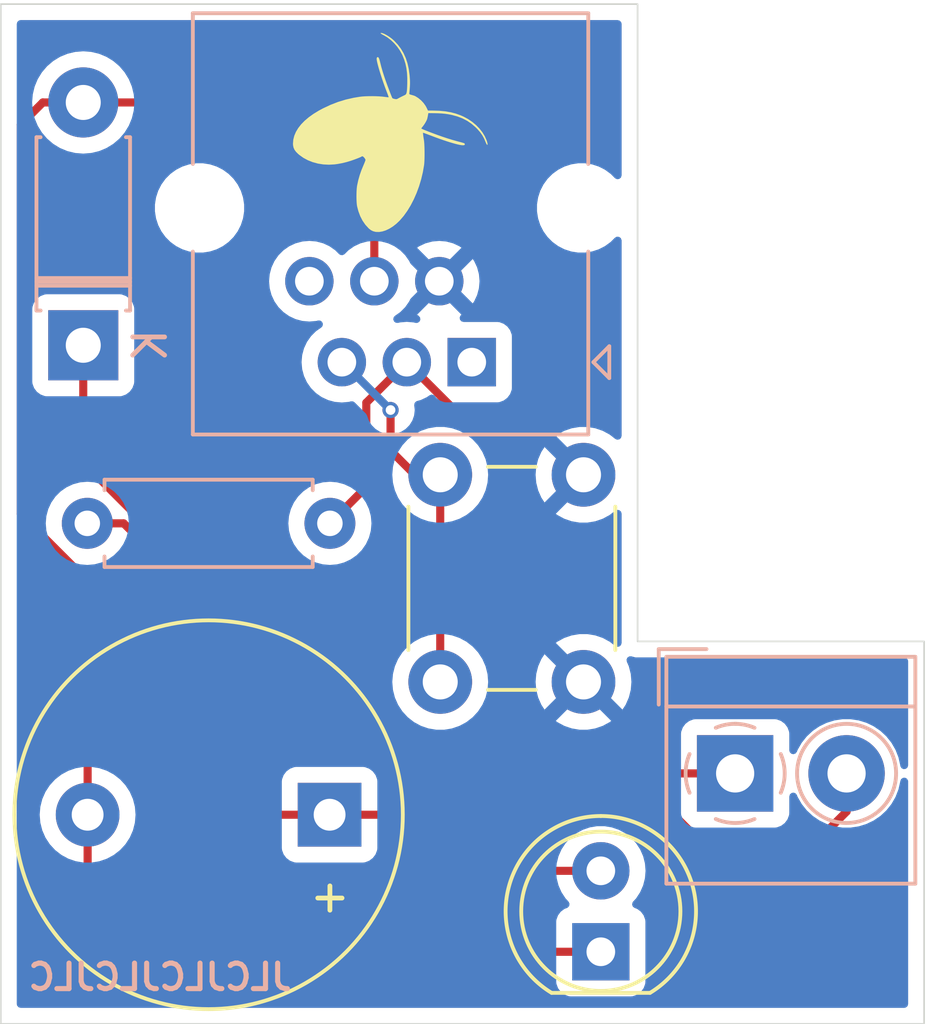
<source format=kicad_pcb>
(kicad_pcb (version 20240108) (generator "pcbnew") (generator_version "8.0")
  (title_block (title "Domoticata DIN panel") (date "2024-07-26") (rev "0.0.1") (company "Davide Scalisi"))
  (layers (0 "F.Cu" signal) (31 "B.Cu" signal) (34 "B.Paste" user) (35 "F.Paste" user) (36 "B.SilkS" user "B.Silkscreen") (37 "F.SilkS" user "F.Silkscreen") (38 "B.Mask" user) (39 "F.Mask" user) (44 "Edge.Cuts" user))
  (net 0 "")
  (net 1 "/ALARM")
  (net 2 "/BUZZER")
  (net 3 "Net-(D1-A)")
  (net 4 "+5V")
  (net 5 "GND")
  (net 6 "/~{RESET}")
  (footprint "Button_Switch_THT:SW_PUSH_6mm_H5mm" (layer "F.Cu") (at 159.802 71.27 90)
    (property "Reference" "SW1" (hide yes))
    (property "Value" "Reset" (hide yes))
    (fp_line (start 5.5 -1) (end 1 -1) (stroke (width 0.12)) (layer "F.SilkS"))
    (fp_line (start -0.25 1.5) (end -0.25 3) (stroke (width 0.12)) (layer "F.SilkS"))
    (fp_line (start 6.75 3) (end 6.75 1.5) (stroke (width 0.12)) (layer "F.SilkS"))
    (fp_line (start 1 5.5) (end 5.5 5.5) (stroke (width 0.12)) (layer "F.SilkS"))
    (pad "1" thru_hole circle (at 0 0 180) (size 2 2) (drill 1.1) (layers "*.Cu" "*.Mask") (net 6 "/~{RESET}"))
    (pad "1" thru_hole circle (at 6.5 0 180) (size 2 2) (drill 1.1) (layers "*.Cu" "*.Mask") (net 6 "/~{RESET}"))
    (pad "2" thru_hole circle (at 0 4.5 180) (size 2 2) (drill 1.1) (layers "*.Cu" "*.Mask") (net 5 "GND"))
    (pad "2" thru_hole circle (at 6.5 4.5 180) (size 2 2) (drill 1.1) (layers "*.Cu" "*.Mask") (net 5 "GND"))
  )
  (footprint "Buzzer_Beeper:Buzzer_12x9.5RM7.6" (layer "F.Cu") (at 156.327 75.438 180)
    (property "Reference" "BZ1" (hide yes))
    (property "Value" "Active buzzer" (hide yes))
    (fp_circle (center 3.8 0) (end 9.9 0) (stroke (width 0.12)) (fill none) (layer "F.SilkS"))
    (fp_text user "+" (at -0.01 -2.54 0) (layer "F.SilkS"))
    (pad "1" thru_hole rect (at 0 0 180) (size 2 2) (drill 1) (layers "*.Cu" "*.Mask") (net 2 "/BUZZER"))
    (pad "2" thru_hole circle (at 7.6 0 180) (size 2 2) (drill 1) (layers "*.Cu" "*.Mask") (net 1 "/ALARM"))
  )
  (footprint "LOGO" (layer "F.Cu") (at 158 54.25)
    (property "Reference" "G***" (hide yes))
    (property "Value" "LOGO" (hide yes))
    (fp_poly (pts (xy -0.014314 -3.339068) (xy 0.037004 -3.319555) (xy 0.096721 -3.289628) (xy 0.161255 -3.251412) (xy 0.227025 -3.20703) (xy 0.29045 -3.158606) (xy 0.347946 -3.108263) (xy 0.34889 -3.107366) (xy 0.465391 -2.984503) (xy 0.565689 -2.852543) (xy 0.650266 -2.710306) (xy 0.719602 -2.556612) (xy 0.774179 -2.390279) (xy 0.814477 -2.210127) (xy 0.840977 -2.014976) (xy 0.851337 -1.87357) (xy 0.853336 -1.821322) (xy 0.853741 -1.769871) (xy 0.852362 -1.715233) (xy 0.849006 -1.653422) (xy 0.843484 -1.580451) (xy 0.835602 -1.492335) (xy 0.830476 -1.438873) (xy 0.832932 -1.427292) (xy 0.845511 -1.417763) (xy 0.87214 -1.408216) (xy 0.905381 -1.399378) (xy 0.949033 -1.387217) (xy 0.989268 -1.37382) (xy 1.017114 -1.362208) (xy 1.112063 -1.303426) (xy 1.200998 -1.229811) (xy 1.279613 -1.145719) (xy 1.343602 -1.05551) (xy 1.371674 -1.003455) (xy 1.416456 -0.909376) (xy 1.576809 -0.908932) (xy 1.775313 -0.902946) (xy 1.958035 -0.885775) (xy 2.127742 -0.856872) (xy 2.287197 -0.815694) (xy 2.439163 -0.761694) (xy 2.53351 -0.720276) (xy 2.674854 -0.644318) (xy 2.80661 -0.555119) (xy 2.926951 -0.454644) (xy 3.034051 -0.344855) (xy 3.126081 -0.227717) (xy 3.201216 -0.105192) (xy 3.257628 0.020756) (xy 3.276432 0.078075) (xy 3.287507 0.126271) (xy 3.288745 0.156377) (xy 3.281969 0.168226) (xy 3.269001 0.161651) (xy 3.251661 0.136484) (xy 3.231772 0.092558) (xy 3.228015 0.082519) (xy 3.180532 -0.030468) (xy 3.122625 -0.134498) (xy 3.051429 -0.233801) (xy 2.964078 -0.332605) (xy 2.910551 -0.385929) (xy 2.78541 -0.493818) (xy 2.651544 -0.584992) (xy 2.506786 -0.660568) (xy 2.34897 -0.721661) (xy 2.175931 -0.769386) (xy 2.158587 -0.773273) (xy 2.057799 -0.793084) (xy 1.956825 -0.807786) (xy 1.850211 -0.81792) (xy 1.732499 -0.824025) (xy 1.620333 -0.82644) (xy 1.428672 -0.828494) (xy 1.41531 -0.753662) (xy 1.406868 -0.710066) (xy 1.397962 -0.669789) (xy 1.391057 -0.643449) (xy 1.373768 -0.600751) (xy 1.346335 -0.54819) (xy 1.312505 -0.492154) (xy 1.276023 -0.439035) (xy 1.256181 -0.413373) (xy 1.232516 -0.383686) (xy 1.215324 -0.360911) (xy 1.208047 -0.34962) (xy 1.207996 -0.349331) (xy 1.217991 -0.340948) (xy 1.247446 -0.326033) (xy 1.295571 -0.304908) (xy 1.361573 -0.277894) (xy 1.444661 -0.245312) (xy 1.544043 -0.207483) (xy 1.658927 -0.164728) (xy 1.705092 -0.147766) (xy 1.865911 -0.090756) (xy 2.025813 -0.037683) (xy 2.179326 0.009716) (xy 2.320976 0.049709) (xy 2.362234 0.060488) (xy 2.423154 0.07649) (xy 2.477367 0.091553) (xy 2.521258 0.104607) (xy 2.551208 0.11458) (xy 2.563192 0.119983) (xy 2.573485 0.139352) (xy 2.57419 0.154073) (xy 2.568853 0.167785) (xy 2.554212 0.175294) (xy 2.524762 0.179051) (xy 2.516989 0.179546) (xy 2.474443 0.177442) (xy 2.414053 0.167636) (xy 2.337699 0.150679) (xy 2.247261 0.127121) (xy 2.144618 0.097512) (xy 2.031652 0.062402) (xy 1.910242 0.022342) (xy 1.782267 -0.02212) (xy 1.649608 -0.070431) (xy 1.603535 -0.087726) (xy 1.504866 -0.124996) (xy 1.424917 -0.15507) (xy 1.362445 -0.17841) (xy 1.316205 -0.195474) (xy 1.284956 -0.206724) (xy 1.267452 -0.212619) (xy 1.262682 -0.213805) (xy 1.260983 -0.203874) (xy 1.262594 -0.176461) (xy 1.267092 -0.135136) (xy 1.274052 -0.083467) (xy 1.283049 -0.025026) (xy 1.289988 0.016035) (xy 1.296561 0.06711) (xy 1.301863 0.135375) (xy 1.305865 0.216677) (xy 1.308541 0.30686) (xy 1.309863 0.40177) (xy 1.309803 0.497254) (xy 1.308333 0.589157) (xy 1.305427 0.673325) (xy 1.301056 0.745603) (xy 1.295202 0.801767) (xy 1.256332 1.02572) (xy 1.203775 1.247068) (xy 1.138511 1.463586) (xy 1.061525 1.67305) (xy 0.973797 1.873235) (xy 0.876309 2.061916) (xy 0.770045 2.236868) (xy 0.655985 2.395867) (xy 0.535111 2.536687) (xy 0.524486 2.547818) (xy 0.42121 2.645513) (xy 0.314088 2.728828) (xy 0.205026 2.796888) (xy 0.095925 2.848819) (xy -0.01131 2.883749) (xy -0.114776 2.900802) (xy -0.212571 2.899105) (xy -0.233895 2.895999) (xy -0.30484 2.878071) (xy -0.367082 2.848509) (xy -0.427415 2.803758) (xy -0.450656 2.7826) (xy -0.551943 2.671703) (xy -0.639128 2.54503) (xy -0.711932 2.403114) (xy -0.770077 2.246486) (xy -0.809242 2.095286) (xy -0.817714 2.040025) (xy -0.823876 1.968371) (xy -0.827731 1.885186) (xy -0.829285 1.795333) (xy -0.82854 1.703672) (xy -0.8255 1.615066) (xy -0.820171 1.534376) (xy -0.812554 1.466466) (xy -0.808722 1.443181) (xy -0.773354 1.278801) (xy -0.729021 1.120912) (xy -0.67348 0.96237) (xy -0.607907 0.803768) (xy -0.585464 0.751347) (xy -0.566575 0.7044) (xy -0.552822 0.667078) (xy -0.545787 0.643533) (xy -0.545202 0.639171) (xy -0.551726 0.618785) (xy -0.568489 0.59024) (xy -0.583334 0.570356) (xy -0.616058 0.537181) (xy -0.64349 0.5243) (xy -0.666231 0.531455) (xy -0.668675 0.533649) (xy -0.685706 0.54399) (xy -0.719789 0.559787) (xy -0.767685 0.57976) (xy -0.826156 0.602628) (xy -0.891961 0.62711) (xy -0.961863 0.651926) (xy -1.005036 0.666649) (xy -1.138577 0.706758) (xy -1.280094 0.740907) (xy -1.420179 0.767018) (xy -1.518849 0.780099) (xy -1.695724 0.789542) (xy -1.869495 0.78081) (xy -2.038184 0.754474) (xy -2.199812 0.711107) (xy -2.352401 0.651281) (xy -2.493974 0.575568) (xy -2.622551 0.484541) (xy -2.664735 0.448617) (xy -2.729905 0.383315) (xy -2.77631 0.319251) (xy -2.805921 0.252449) (xy -2.820708 0.178936) (xy -2.823293 0.128784) (xy -2.813426 0.004569) (xy -2.782583 -0.118454) (xy -2.731155 -0.239826) (xy -2.659533 -0.359087) (xy -2.56811 -0.475776) (xy -2.457277 -0.589435) (xy -2.327425 -0.699602) (xy -2.178946 -0.805819) (xy -2.012232 -0.907624) (xy -1.881175 -0.97791) (xy -1.644107 -1.089022) (xy -1.407166 -1.180656) (xy -1.166125 -1.254141) (xy -0.916759 -1.310808) (xy -0.721591 -1.343093) (xy -0.641819 -1.351666) (xy -0.546225 -1.357618) (xy -0.440206 -1.360947) (xy -0.329159 -1.361649) (xy -0.218483 -1.35972) (xy -0.113574 -1.355157) (xy -0.019829 -1.347958) (xy 0.019724 -1.343551) (xy 0.073149 -1.336922) (xy 0.119156 -1.331397) (xy 0.15347 -1.327476) (xy 0.171815 -1.325658) (xy 0.173307 -1.32559) (xy 0.177693 -1.326121) (xy 0.179929 -1.329346) (xy 0.179237 -1.337714) (xy 0.174837 -1.353674) (xy 0.16595 -1.379673) (xy 0.151795 -1.418161) (xy 0.131594 -1.471586) (xy 0.104568 -1.542397) (xy 0.102901 -1.546756) (xy 0.058246 -1.666481) (xy 0.014472 -1.789338) (xy -0.02753 -1.912459) (xy -0.066866 -2.032975) (xy -0.102646 -2.148019) (xy -0.133976 -2.254721) (xy -0.159965 -2.350213) (xy -0.17972 -2.431626) (xy -0.19235 -2.496092) (xy -0.192363 -2.49617) (xy -0.195415 -2.543977) (xy -0.186579 -2.574176) (xy -0.165889 -2.586671) (xy -0.160252 -2.587037) (xy -0.145033 -2.582512) (xy -0.131161 -2.567342) (xy -0.117582 -2.539135) (xy -0.103243 -2.4955) (xy -0.087091 -2.434044) (xy -0.0802 -2.405271) (xy -0.046834 -2.273591) (xy -0.006705 -2.134534) (xy 0.041515 -1.983636) (xy 0.072592 -1.892172) (xy 0.095333 -1.827513) (xy 0.120943 -1.756452) (xy 0.148329 -1.681851) (xy 0.176397 -1.606573) (xy 0.204054 -1.53348) (xy 0.230205 -1.465435) (xy 0.253759 -1.4053) (xy 0.273621 -1.355936) (xy 0.288697 -1.320208) (xy 0.297894 -1.300976) (xy 0.299197 -1.29902) (xy 0.315198 -1.289737) (xy 0.344878 -1.279757) (xy 0.370588 -1.273616) (xy 0.40637 -1.267415) (xy 0.431051 -1.267676) (xy 0.454318 -1.275851) (xy 0.480062 -1.290016) (xy 0.517599 -1.31075) (xy 0.562744 -1.334212) (xy 0.593308 -1.349313) (xy 0.633536 -1.36865) (xy 0.672006 -1.387203) (xy 0.694865 -1.398273) (xy 0.712935 -1.409626) (xy 0.727439 -1.425813) (xy 0.738854 -1.449212) (xy 0.747658 -1.482201) (xy 0.754329 -1.527157) (xy 0.759346 -1.586459) (xy 0.763185 -1.662484) (xy 0.766201 -1.753199) (xy 0.766959 -1.929706) (xy 0.758323 -2.090063) (xy 0.739703 -2.237607) (xy 0.710505 -2.375675) (xy 0.670137 -2.507601) (xy 0.618007 -2.636723) (xy 0.603893 -2.667214) (xy 0.535802 -2.791172) (xy 0.452366 -2.910239) (xy 0.356749 -3.021081) (xy 0.25211 -3.120361) (xy 0.141613 -3.204741) (xy 0.034994 -3.26761) (xy -0.020452 -3.297083) (xy -0.056289 -3.319754) (xy -0.07238 -3.335501) (xy -0.068589 -3.344205) (xy -0.053652 -3.346044)) (fill solid) (layer "F.SilkS"))
  )
  (footprint "LED_THT:LED_D5.0mm" (layer "F.Cu") (at 164.846 79.738 90)
    (property "Reference" "D1" (hide yes))
    (property "Value" "LED" (hide yes))
    (fp_line (start -1.29 -1.545) (end -1.29 1.545) (stroke (width 0.12)) (layer "F.SilkS"))
    (fp_arc (start -1.29 -1.54483) (mid 2.072002 -2.880433) (end 4.26 0.000462) (stroke (width 0.12)) (layer "F.SilkS"))
    (fp_arc (start 4.26 -0.000462) (mid 2.072002 2.880433) (end -1.29 1.54483) (stroke (width 0.12)) (layer "F.SilkS"))
    (fp_circle (center 1.27 0) (end 3.77 0) (stroke (width 0.12)) (fill none) (layer "F.SilkS"))
    (pad "1" thru_hole rect (at 0 0 90) (size 1.8 1.8) (drill 0.9) (layers "*.Cu" "*.Mask") (net 1 "/ALARM"))
    (pad "2" thru_hole circle (at 2.54 0 90) (size 1.8 1.8) (drill 0.9) (layers "*.Cu" "*.Mask") (net 3 "Net-(D1-A)"))
  )
  (footprint "Connector_RJ:RJ25_Wayconn_MJEA-660X1_Horizontal" (layer "B.Cu") (at 160.792 61.236)
    (property "Reference" "J1" (hide yes))
    (property "Value" "6P6C" (hide yes))
    (fp_line (start -8.76 -10.95) (end -8.76 -6.22) (stroke (width 0.12)) (layer "B.SilkS"))
    (fp_line (start -8.76 -3.47) (end -8.76 2.27) (stroke (width 0.12)) (layer "B.SilkS"))
    (fp_line (start 3.66 -10.95) (end -8.76 -10.95) (stroke (width 0.12)) (layer "B.SilkS"))
    (fp_line (start 3.66 -10.95) (end 3.66 -6.22) (stroke (width 0.12)) (layer "B.SilkS"))
    (fp_line (start 3.66 -3.47) (end 3.66 2.27) (stroke (width 0.12)) (layer "B.SilkS"))
    (fp_line (start 3.66 2.27) (end -8.76 2.27) (stroke (width 0.12)) (layer "B.SilkS"))
    (fp_line (start 3.82 0) (end 4.32 0.5) (stroke (width 0.12)) (layer "B.SilkS"))
    (fp_line (start 4.32 -0.5) (end 3.82 0) (stroke (width 0.12)) (layer "B.SilkS"))
    (fp_line (start 4.32 -0.5) (end 4.32 0.5) (stroke (width 0.12)) (layer "B.SilkS"))
    (pad "" np_thru_hole circle (at -8.55 -4.84) (size 2.3 2.3) (drill 2.3) (layers "*.Cu" "*.Mask"))
    (pad "" np_thru_hole circle (at 3.45 -4.84) (size 2.3 2.3) (drill 2.3) (layers "*.Cu" "*.Mask"))
    (pad "1" thru_hole rect (at 0 0) (size 1.52 1.52) (drill 0.9) (layers "*.Cu" "*.Mask"))
    (pad "2" thru_hole circle (at -1.02 -2.54) (size 1.52 1.52) (drill 0.9) (layers "*.Cu" "*.Mask") (net 5 "GND"))
    (pad "3" thru_hole circle (at -2.04 0) (size 1.52 1.52) (drill 0.9) (layers "*.Cu" "*.Mask") (net 4 "+5V"))
    (pad "4" thru_hole circle (at -3.06 -2.54) (size 1.52 1.52) (drill 0.9) (layers "*.Cu" "*.Mask") (net 1 "/ALARM"))
    (pad "5" thru_hole circle (at -4.08 0) (size 1.52 1.52) (drill 0.9) (layers "*.Cu" "*.Mask") (net 6 "/~{RESET}"))
    (pad "6" thru_hole circle (at -5.1 -2.54) (size 1.52 1.52) (drill 0.9) (layers "*.Cu" "*.Mask"))
  )
  (footprint "TerminalBlock_4Ucon:TerminalBlock_4Ucon_1x02_P3.50mm_Horizontal" (layer "B.Cu") (at 169.065 74.141)
    (property "Reference" "J2" (hide yes))
    (property "Value" "Buzzer enable" (hide yes))
    (fp_line (start -2.4 -3.9) (end -2.4 -2.16) (stroke (width 0.12)) (layer "B.SilkS"))
    (fp_line (start -2.16 -3.66) (end -2.16 3.46) (stroke (width 0.12)) (layer "B.SilkS"))
    (fp_line (start -0.9 -3.9) (end -2.4 -3.9) (stroke (width 0.12)) (layer "B.SilkS"))
    (fp_line (start 5.66 -3.66) (end -2.16 -3.66) (stroke (width 0.12)) (layer "B.SilkS"))
    (fp_line (start 5.66 -3.66) (end 5.66 3.46) (stroke (width 0.12)) (layer "B.SilkS"))
    (fp_line (start 5.66 -2.1) (end -2.16 -2.1) (stroke (width 0.12)) (layer "B.SilkS"))
    (fp_line (start 5.66 3.46) (end -2.16 3.46) (stroke (width 0.12)) (layer "B.SilkS"))
    (fp_arc (start -1.432 0.608) (mid -1.555727 0.00014) (end -1.432109 -0.607742) (stroke (width 0.12)) (layer "B.SilkS"))
    (fp_arc (start -0.608 -1.432) (mid -0.296984 -1.527118) (end 0.027011 -1.555493) (stroke (width 0.12)) (layer "B.SilkS"))
    (fp_arc (start 0 -1.555) (mid 0.310017 -1.523783) (end 0.607587 -1.431385) (stroke (width 0.12)) (layer "B.SilkS"))
    (fp_arc (start 0.608 1.432) (mid 0.00014 1.555727) (end -0.607742 1.432109) (stroke (width 0.12)) (layer "B.SilkS"))
    (fp_arc (start 1.432 -0.608) (mid 1.555727 -0.00014) (end 1.432109 0.607742) (stroke (width 0.12)) (layer "B.SilkS"))
    (fp_circle (center 3.5 0) (end 5.055 0) (stroke (width 0.12)) (fill none) (layer "B.SilkS"))
    (pad "1" thru_hole rect (at 0 0) (size 2.4 2.4) (drill 1.2) (layers "*.Cu" "*.Mask") (net 4 "+5V"))
    (pad "2" thru_hole circle (at 3.5 0) (size 2.4 2.4) (drill 1.2) (layers "*.Cu" "*.Mask") (net 2 "/BUZZER"))
  )
  (footprint "Diode_THT:D_DO-41_SOD81_P7.62mm_Horizontal" (layer "B.Cu") (at 148.59 60.706 90)
    (property "Reference" "D2" (hide yes))
    (property "Value" "1N4007" (hide yes))
    (fp_line (start 6.53 -1.47) (end 1.09 -1.47) (stroke (width 0.12)) (layer "B.SilkS"))
    (fp_line (start 2.11 -1.47) (end 2.11 1.47) (stroke (width 0.12)) (layer "B.SilkS"))
    (fp_line (start 1.99 -1.47) (end 1.99 1.47) (stroke (width 0.12)) (layer "B.SilkS"))
    (fp_line (start 1.87 -1.47) (end 1.87 1.47) (stroke (width 0.12)) (layer "B.SilkS"))
    (fp_line (start 1.09 -1.47) (end 1.09 -1.34) (stroke (width 0.12)) (layer "B.SilkS"))
    (fp_line (start 6.53 -1.34) (end 6.53 -1.47) (stroke (width 0.12)) (layer "B.SilkS"))
    (fp_line (start 6.53 1.34) (end 6.53 1.47) (stroke (width 0.12)) (layer "B.SilkS"))
    (fp_line (start 6.53 1.47) (end 1.09 1.47) (stroke (width 0.12)) (layer "B.SilkS"))
    (fp_line (start 1.09 1.47) (end 1.09 1.34) (stroke (width 0.12)) (layer "B.SilkS"))
    (pad "1" thru_hole rect (at 0 0 90) (size 2.2 2.2) (drill 1.1) (layers "*.Cu" "*.Mask") (net 2 "/BUZZER"))
    (pad "2" thru_hole oval (at 7.62 0 90) (size 2.2 2.2) (drill 1.1) (layers "*.Cu" "*.Mask") (net 1 "/ALARM"))
  )
  (footprint "Resistor_THT:R_Axial_DIN0207_L6.3mm_D2.5mm_P7.62mm_Horizontal" (layer "B.Cu") (at 148.717 66.294)
    (property "Reference" "R1" (hide yes))
    (property "Value" "R" (hide yes))
    (fp_line (start 0.54 -1.37) (end 0.54 -1.04) (stroke (width 0.12)) (layer "B.SilkS"))
    (fp_line (start 0.54 1.37) (end 0.54 1.04) (stroke (width 0.12)) (layer "B.SilkS"))
    (fp_line (start 7.08 -1.37) (end 0.54 -1.37) (stroke (width 0.12)) (layer "B.SilkS"))
    (fp_line (start 7.08 -1.04) (end 7.08 -1.37) (stroke (width 0.12)) (layer "B.SilkS"))
    (fp_line (start 7.08 1.04) (end 7.08 1.37) (stroke (width 0.12)) (layer "B.SilkS"))
    (fp_line (start 7.08 1.37) (end 0.54 1.37) (stroke (width 0.12)) (layer "B.SilkS"))
    (pad "1" thru_hole circle (at 0 0) (size 1.6 1.6) (drill 0.8) (layers "*.Cu" "*.Mask") (net 3 "Net-(D1-A)"))
    (pad "2" thru_hole oval (at 7.62 0) (size 1.6 1.6) (drill 0.8) (layers "*.Cu" "*.Mask") (net 4 "+5V"))
  )
  (gr_poly (pts (xy 166 70) (xy 175 70) (xy 175 82) (xy 146 82) (xy 146 50) (xy 166 50)) (stroke (width 0.05)) (fill none) (layer "Edge.Cuts"))
  (gr_text "K" (at 150.69 60.706 90) (layer "B.SilkS") (effects (font (size 1 1)) (justify mirror)))
  (gr_text "JLCJLCJLCJLC" (at 151 81 0) (layer "B.SilkS") (effects (font (size 0.8 0.8) (thickness 0.16) (bold yes)) (justify bottom mirror)))
  (segment (start 146.627 66.002) (end 146.627 53.779) (width 0.254) (layer "F.Cu") (net 1))
  (segment (start 156.972 53.086) (end 157.732 53.846) (width 0.254) (layer "F.Cu") (net 1))
  (segment (start 146.627 53.779) (end 147.32 53.086) (width 0.254) (layer "F.Cu") (net 1))
  (segment (start 157.732 53.846) (end 157.732 58.696) (width 0.254) (layer "F.Cu") (net 1))
  (segment (start 148.727 68.102) (end 146.627 66.002) (width 0.254) (layer "F.Cu") (net 1))
  (segment (start 148.727 75.438) (end 148.727 78.877) (width 0.254) (layer "F.Cu") (net 1))
  (segment (start 148.727 75.438) (end 148.727 68.102) (width 0.254) (layer "F.Cu") (net 1))
  (segment (start 148.59 53.086) (end 156.972 53.086) (width 0.254) (layer "F.Cu") (net 1))
  (segment (start 147.32 53.086) (end 148.59 53.086) (width 0.254) (layer "F.Cu") (net 1))
  (segment (start 149.588 79.738) (end 164.846 79.738) (width 0.254) (layer "F.Cu") (net 1))
  (segment (start 148.727 78.877) (end 149.588 79.738) (width 0.254) (layer "F.Cu") (net 1))
  (segment (start 171.704 76.2) (end 172.565 75.339) (width 0.254) (layer "F.Cu") (net 2))
  (segment (start 151.938 75.438) (end 151.076 74.576) (width 0.254) (layer "F.Cu") (net 2))
  (segment (start 167.894 76.2) (end 171.704 76.2) (width 0.254) (layer "F.Cu") (net 2))
  (segment (start 148.59 64.381947) (end 148.59 60.706) (width 0.254) (layer "F.Cu") (net 2))
  (segment (start 151.076 74.576) (end 151.076 66.867947) (width 0.254) (layer "F.Cu") (net 2))
  (segment (start 156.327 75.438) (end 167.132 75.438) (width 0.254) (layer "F.Cu") (net 2))
  (segment (start 151.076 66.867947) (end 148.59 64.381947) (width 0.254) (layer "F.Cu") (net 2))
  (segment (start 156.327 75.438) (end 151.938 75.438) (width 0.254) (layer "F.Cu") (net 2))
  (segment (start 167.132 75.438) (end 167.894 76.2) (width 0.254) (layer "F.Cu") (net 2))
  (segment (start 172.565 75.339) (end 172.565 74.141) (width 0.254) (layer "F.Cu") (net 2))
  (segment (start 149.86 66.294) (end 150.622 67.056) (width 0.254) (layer "F.Cu") (net 3))
  (segment (start 150.622 78.486) (end 151.42 79.284) (width 0.254) (layer "F.Cu") (net 3))
  (segment (start 148.717 66.294) (end 149.86 66.294) (width 0.254) (layer "F.Cu") (net 3))
  (segment (start 163.086 77.198) (end 164.846 77.198) (width 0.254) (layer "F.Cu") (net 3))
  (segment (start 150.622 67.056) (end 150.622 78.486) (width 0.254) (layer "F.Cu") (net 3))
  (segment (start 161 79.284) (end 163.086 77.198) (width 0.254) (layer "F.Cu") (net 3))
  (segment (start 151.42 79.284) (end 161 79.284) (width 0.254) (layer "F.Cu") (net 3))
  (segment (start 162.052 73.406) (end 162.787 74.141) (width 0.254) (layer "F.Cu") (net 4))
  (segment (start 158.752 61.236) (end 162.052 64.536) (width 0.254) (layer "F.Cu") (net 4))
  (segment (start 162.787 74.141) (end 169.065 74.141) (width 0.254) (layer "F.Cu") (net 4))
  (segment (start 158.752 61.236) (end 157.48 62.508) (width 0.254) (layer "F.Cu") (net 4))
  (segment (start 157.48 62.508) (end 157.48 65.151) (width 0.254) (layer "F.Cu") (net 4))
  (segment (start 157.48 65.151) (end 156.337 66.294) (width 0.254) (layer "F.Cu") (net 4))
  (segment (start 162.052 64.536) (end 162.052 73.406) (width 0.254) (layer "F.Cu") (net 4))
  (segment (start 158.242 62.738) (end 158.242 64.008) (width 0.254) (layer "F.Cu") (net 6))
  (segment (start 158.242 64.008) (end 159.004 64.77) (width 0.254) (layer "F.Cu") (net 6))
  (segment (start 159.004 64.77) (end 159.802 64.77) (width 0.254) (layer "F.Cu") (net 6))
  (segment (start 159.802 64.77) (end 159.802 71.27) (width 0.254) (layer "F.Cu") (net 6))
  (via (at 158.242 62.738) (size 0.508) (drill 0.3048) (layers "F.Cu" "B.Cu") (net 6))
  (segment (start 156.712 61.236) (end 156.74 61.236) (width 0.254) (layer "B.Cu") (net 6))
  (segment (start 156.74 61.236) (end 158.242 62.738) (width 0.254) (layer "B.Cu") (net 6))
  (zone (net 5) (net_name "GND") (layer "B.Cu") (connect_pads (clearance 0.5)) (min_thickness 0.25) (fill yes (thermal_gap 0.5) (thermal_bridge_width 0.5))
    (polygon (pts (xy 145.9992 50.0126) (xy 165.989 50.0126) (xy 165.989 70.0024) (xy 175.006 70.0024) (xy 175.006 81.9912) (xy 145.9992 81.9912)))
  )
)
</source>
